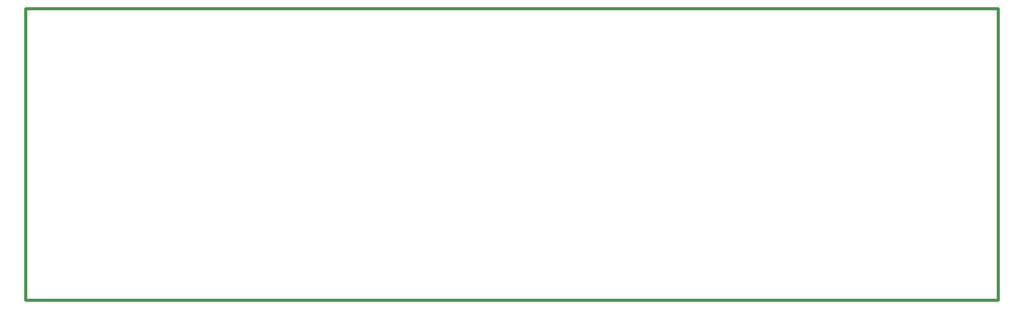
<source format=gbr>
G04 #@! TF.FileFunction,Profile,NP*
%FSLAX46Y46*%
G04 Gerber Fmt 4.6, Leading zero omitted, Abs format (unit mm)*
G04 Created by KiCad (PCBNEW 4.0.4-stable) date 08/01/17 14:05:29*
%MOMM*%
%LPD*%
G01*
G04 APERTURE LIST*
%ADD10C,0.100000*%
%ADD11C,0.500000*%
G04 APERTURE END LIST*
D10*
D11*
X230000000Y-128000000D02*
X70000000Y-128000000D01*
X230000000Y-80000000D02*
X230000000Y-128000000D01*
X70000000Y-80000000D02*
X230000000Y-80000000D01*
X70000000Y-128000000D02*
X70000000Y-80000000D01*
M02*

</source>
